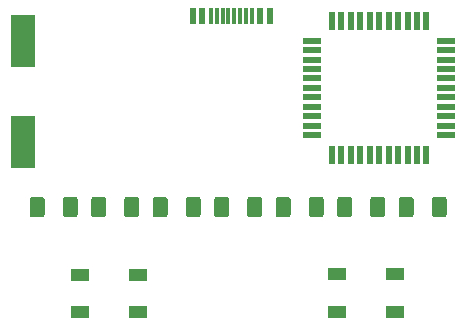
<source format=gbr>
G04 #@! TF.GenerationSoftware,KiCad,Pcbnew,(5.1.4)-1*
G04 #@! TF.CreationDate,2023-02-07T01:37:13+01:00*
G04 #@! TF.ProjectId,test,74657374-2e6b-4696-9361-645f70636258,1.0*
G04 #@! TF.SameCoordinates,Original*
G04 #@! TF.FileFunction,Paste,Top*
G04 #@! TF.FilePolarity,Positive*
%FSLAX46Y46*%
G04 Gerber Fmt 4.6, Leading zero omitted, Abs format (unit mm)*
G04 Created by KiCad (PCBNEW (5.1.4)-1) date 2023-02-07 01:37:13*
%MOMM*%
%LPD*%
G04 APERTURE LIST*
%ADD10R,1.500000X0.550000*%
%ADD11R,0.550000X1.500000*%
%ADD12C,0.100000*%
%ADD13C,1.250000*%
%ADD14R,0.300000X1.450000*%
%ADD15R,0.600000X1.450000*%
%ADD16R,2.000000X4.500000*%
%ADD17R,1.500000X1.000000*%
G04 APERTURE END LIST*
D10*
X204264000Y-69024000D03*
X204264000Y-68224000D03*
X204264000Y-67424000D03*
X204264000Y-66624000D03*
X204264000Y-65824000D03*
X204264000Y-65024000D03*
X204264000Y-64224000D03*
X204264000Y-63424000D03*
X204264000Y-62624000D03*
X204264000Y-61824000D03*
X204264000Y-61024000D03*
D11*
X202564000Y-59324000D03*
X201764000Y-59324000D03*
X200964000Y-59324000D03*
X200164000Y-59324000D03*
X199364000Y-59324000D03*
X198564000Y-59324000D03*
X197764000Y-59324000D03*
X196964000Y-59324000D03*
X196164000Y-59324000D03*
X195364000Y-59324000D03*
X194564000Y-59324000D03*
D10*
X192864000Y-61024000D03*
X192864000Y-61824000D03*
X192864000Y-62624000D03*
X192864000Y-63424000D03*
X192864000Y-64224000D03*
X192864000Y-65024000D03*
X192864000Y-65824000D03*
X192864000Y-66624000D03*
X192864000Y-67424000D03*
X192864000Y-68224000D03*
X192864000Y-69024000D03*
D11*
X194564000Y-70724000D03*
X195364000Y-70724000D03*
X196164000Y-70724000D03*
X196964000Y-70724000D03*
X197764000Y-70724000D03*
X198564000Y-70724000D03*
X199364000Y-70724000D03*
X200164000Y-70724000D03*
X200964000Y-70724000D03*
X201764000Y-70724000D03*
X202564000Y-70724000D03*
D12*
G36*
X178011504Y-74246704D02*
G01*
X178035773Y-74250304D01*
X178059571Y-74256265D01*
X178082671Y-74264530D01*
X178104849Y-74275020D01*
X178125893Y-74287633D01*
X178145598Y-74302247D01*
X178163777Y-74318723D01*
X178180253Y-74336902D01*
X178194867Y-74356607D01*
X178207480Y-74377651D01*
X178217970Y-74399829D01*
X178226235Y-74422929D01*
X178232196Y-74446727D01*
X178235796Y-74470996D01*
X178237000Y-74495500D01*
X178237000Y-75745500D01*
X178235796Y-75770004D01*
X178232196Y-75794273D01*
X178226235Y-75818071D01*
X178217970Y-75841171D01*
X178207480Y-75863349D01*
X178194867Y-75884393D01*
X178180253Y-75904098D01*
X178163777Y-75922277D01*
X178145598Y-75938753D01*
X178125893Y-75953367D01*
X178104849Y-75965980D01*
X178082671Y-75976470D01*
X178059571Y-75984735D01*
X178035773Y-75990696D01*
X178011504Y-75994296D01*
X177987000Y-75995500D01*
X177237000Y-75995500D01*
X177212496Y-75994296D01*
X177188227Y-75990696D01*
X177164429Y-75984735D01*
X177141329Y-75976470D01*
X177119151Y-75965980D01*
X177098107Y-75953367D01*
X177078402Y-75938753D01*
X177060223Y-75922277D01*
X177043747Y-75904098D01*
X177029133Y-75884393D01*
X177016520Y-75863349D01*
X177006030Y-75841171D01*
X176997765Y-75818071D01*
X176991804Y-75794273D01*
X176988204Y-75770004D01*
X176987000Y-75745500D01*
X176987000Y-74495500D01*
X176988204Y-74470996D01*
X176991804Y-74446727D01*
X176997765Y-74422929D01*
X177006030Y-74399829D01*
X177016520Y-74377651D01*
X177029133Y-74356607D01*
X177043747Y-74336902D01*
X177060223Y-74318723D01*
X177078402Y-74302247D01*
X177098107Y-74287633D01*
X177119151Y-74275020D01*
X177141329Y-74264530D01*
X177164429Y-74256265D01*
X177188227Y-74250304D01*
X177212496Y-74246704D01*
X177237000Y-74245500D01*
X177987000Y-74245500D01*
X178011504Y-74246704D01*
X178011504Y-74246704D01*
G37*
D13*
X177612000Y-75120500D03*
D12*
G36*
X175211504Y-74246704D02*
G01*
X175235773Y-74250304D01*
X175259571Y-74256265D01*
X175282671Y-74264530D01*
X175304849Y-74275020D01*
X175325893Y-74287633D01*
X175345598Y-74302247D01*
X175363777Y-74318723D01*
X175380253Y-74336902D01*
X175394867Y-74356607D01*
X175407480Y-74377651D01*
X175417970Y-74399829D01*
X175426235Y-74422929D01*
X175432196Y-74446727D01*
X175435796Y-74470996D01*
X175437000Y-74495500D01*
X175437000Y-75745500D01*
X175435796Y-75770004D01*
X175432196Y-75794273D01*
X175426235Y-75818071D01*
X175417970Y-75841171D01*
X175407480Y-75863349D01*
X175394867Y-75884393D01*
X175380253Y-75904098D01*
X175363777Y-75922277D01*
X175345598Y-75938753D01*
X175325893Y-75953367D01*
X175304849Y-75965980D01*
X175282671Y-75976470D01*
X175259571Y-75984735D01*
X175235773Y-75990696D01*
X175211504Y-75994296D01*
X175187000Y-75995500D01*
X174437000Y-75995500D01*
X174412496Y-75994296D01*
X174388227Y-75990696D01*
X174364429Y-75984735D01*
X174341329Y-75976470D01*
X174319151Y-75965980D01*
X174298107Y-75953367D01*
X174278402Y-75938753D01*
X174260223Y-75922277D01*
X174243747Y-75904098D01*
X174229133Y-75884393D01*
X174216520Y-75863349D01*
X174206030Y-75841171D01*
X174197765Y-75818071D01*
X174191804Y-75794273D01*
X174188204Y-75770004D01*
X174187000Y-75745500D01*
X174187000Y-74495500D01*
X174188204Y-74470996D01*
X174191804Y-74446727D01*
X174197765Y-74422929D01*
X174206030Y-74399829D01*
X174216520Y-74377651D01*
X174229133Y-74356607D01*
X174243747Y-74336902D01*
X174260223Y-74318723D01*
X174278402Y-74302247D01*
X174298107Y-74287633D01*
X174319151Y-74275020D01*
X174341329Y-74264530D01*
X174364429Y-74256265D01*
X174388227Y-74250304D01*
X174412496Y-74246704D01*
X174437000Y-74245500D01*
X175187000Y-74245500D01*
X175211504Y-74246704D01*
X175211504Y-74246704D01*
G37*
D13*
X174812000Y-75120500D03*
D12*
G36*
X183219504Y-74246704D02*
G01*
X183243773Y-74250304D01*
X183267571Y-74256265D01*
X183290671Y-74264530D01*
X183312849Y-74275020D01*
X183333893Y-74287633D01*
X183353598Y-74302247D01*
X183371777Y-74318723D01*
X183388253Y-74336902D01*
X183402867Y-74356607D01*
X183415480Y-74377651D01*
X183425970Y-74399829D01*
X183434235Y-74422929D01*
X183440196Y-74446727D01*
X183443796Y-74470996D01*
X183445000Y-74495500D01*
X183445000Y-75745500D01*
X183443796Y-75770004D01*
X183440196Y-75794273D01*
X183434235Y-75818071D01*
X183425970Y-75841171D01*
X183415480Y-75863349D01*
X183402867Y-75884393D01*
X183388253Y-75904098D01*
X183371777Y-75922277D01*
X183353598Y-75938753D01*
X183333893Y-75953367D01*
X183312849Y-75965980D01*
X183290671Y-75976470D01*
X183267571Y-75984735D01*
X183243773Y-75990696D01*
X183219504Y-75994296D01*
X183195000Y-75995500D01*
X182445000Y-75995500D01*
X182420496Y-75994296D01*
X182396227Y-75990696D01*
X182372429Y-75984735D01*
X182349329Y-75976470D01*
X182327151Y-75965980D01*
X182306107Y-75953367D01*
X182286402Y-75938753D01*
X182268223Y-75922277D01*
X182251747Y-75904098D01*
X182237133Y-75884393D01*
X182224520Y-75863349D01*
X182214030Y-75841171D01*
X182205765Y-75818071D01*
X182199804Y-75794273D01*
X182196204Y-75770004D01*
X182195000Y-75745500D01*
X182195000Y-74495500D01*
X182196204Y-74470996D01*
X182199804Y-74446727D01*
X182205765Y-74422929D01*
X182214030Y-74399829D01*
X182224520Y-74377651D01*
X182237133Y-74356607D01*
X182251747Y-74336902D01*
X182268223Y-74318723D01*
X182286402Y-74302247D01*
X182306107Y-74287633D01*
X182327151Y-74275020D01*
X182349329Y-74264530D01*
X182372429Y-74256265D01*
X182396227Y-74250304D01*
X182420496Y-74246704D01*
X182445000Y-74245500D01*
X183195000Y-74245500D01*
X183219504Y-74246704D01*
X183219504Y-74246704D01*
G37*
D13*
X182820000Y-75120500D03*
D12*
G36*
X180419504Y-74246704D02*
G01*
X180443773Y-74250304D01*
X180467571Y-74256265D01*
X180490671Y-74264530D01*
X180512849Y-74275020D01*
X180533893Y-74287633D01*
X180553598Y-74302247D01*
X180571777Y-74318723D01*
X180588253Y-74336902D01*
X180602867Y-74356607D01*
X180615480Y-74377651D01*
X180625970Y-74399829D01*
X180634235Y-74422929D01*
X180640196Y-74446727D01*
X180643796Y-74470996D01*
X180645000Y-74495500D01*
X180645000Y-75745500D01*
X180643796Y-75770004D01*
X180640196Y-75794273D01*
X180634235Y-75818071D01*
X180625970Y-75841171D01*
X180615480Y-75863349D01*
X180602867Y-75884393D01*
X180588253Y-75904098D01*
X180571777Y-75922277D01*
X180553598Y-75938753D01*
X180533893Y-75953367D01*
X180512849Y-75965980D01*
X180490671Y-75976470D01*
X180467571Y-75984735D01*
X180443773Y-75990696D01*
X180419504Y-75994296D01*
X180395000Y-75995500D01*
X179645000Y-75995500D01*
X179620496Y-75994296D01*
X179596227Y-75990696D01*
X179572429Y-75984735D01*
X179549329Y-75976470D01*
X179527151Y-75965980D01*
X179506107Y-75953367D01*
X179486402Y-75938753D01*
X179468223Y-75922277D01*
X179451747Y-75904098D01*
X179437133Y-75884393D01*
X179424520Y-75863349D01*
X179414030Y-75841171D01*
X179405765Y-75818071D01*
X179399804Y-75794273D01*
X179396204Y-75770004D01*
X179395000Y-75745500D01*
X179395000Y-74495500D01*
X179396204Y-74470996D01*
X179399804Y-74446727D01*
X179405765Y-74422929D01*
X179414030Y-74399829D01*
X179424520Y-74377651D01*
X179437133Y-74356607D01*
X179451747Y-74336902D01*
X179468223Y-74318723D01*
X179486402Y-74302247D01*
X179506107Y-74287633D01*
X179527151Y-74275020D01*
X179549329Y-74264530D01*
X179572429Y-74256265D01*
X179596227Y-74250304D01*
X179620496Y-74246704D01*
X179645000Y-74245500D01*
X180395000Y-74245500D01*
X180419504Y-74246704D01*
X180419504Y-74246704D01*
G37*
D13*
X180020000Y-75120500D03*
D14*
X186305000Y-58909000D03*
X184305000Y-58909000D03*
X184805000Y-58909000D03*
X185305000Y-58909000D03*
X185805000Y-58909000D03*
X186805000Y-58909000D03*
X187305000Y-58909000D03*
X187805000Y-58909000D03*
D15*
X182805000Y-58909000D03*
X183605000Y-58909000D03*
X188505000Y-58909000D03*
X189305000Y-58909000D03*
X189305000Y-58909000D03*
X188505000Y-58909000D03*
X183605000Y-58909000D03*
X182805000Y-58909000D03*
D16*
X168402000Y-61091500D03*
X168402000Y-69591500D03*
D17*
X173254000Y-80823000D03*
X173254000Y-84023000D03*
X178154000Y-80823000D03*
X178154000Y-84023000D03*
D12*
G36*
X172805504Y-74246704D02*
G01*
X172829773Y-74250304D01*
X172853571Y-74256265D01*
X172876671Y-74264530D01*
X172898849Y-74275020D01*
X172919893Y-74287633D01*
X172939598Y-74302247D01*
X172957777Y-74318723D01*
X172974253Y-74336902D01*
X172988867Y-74356607D01*
X173001480Y-74377651D01*
X173011970Y-74399829D01*
X173020235Y-74422929D01*
X173026196Y-74446727D01*
X173029796Y-74470996D01*
X173031000Y-74495500D01*
X173031000Y-75745500D01*
X173029796Y-75770004D01*
X173026196Y-75794273D01*
X173020235Y-75818071D01*
X173011970Y-75841171D01*
X173001480Y-75863349D01*
X172988867Y-75884393D01*
X172974253Y-75904098D01*
X172957777Y-75922277D01*
X172939598Y-75938753D01*
X172919893Y-75953367D01*
X172898849Y-75965980D01*
X172876671Y-75976470D01*
X172853571Y-75984735D01*
X172829773Y-75990696D01*
X172805504Y-75994296D01*
X172781000Y-75995500D01*
X172031000Y-75995500D01*
X172006496Y-75994296D01*
X171982227Y-75990696D01*
X171958429Y-75984735D01*
X171935329Y-75976470D01*
X171913151Y-75965980D01*
X171892107Y-75953367D01*
X171872402Y-75938753D01*
X171854223Y-75922277D01*
X171837747Y-75904098D01*
X171823133Y-75884393D01*
X171810520Y-75863349D01*
X171800030Y-75841171D01*
X171791765Y-75818071D01*
X171785804Y-75794273D01*
X171782204Y-75770004D01*
X171781000Y-75745500D01*
X171781000Y-74495500D01*
X171782204Y-74470996D01*
X171785804Y-74446727D01*
X171791765Y-74422929D01*
X171800030Y-74399829D01*
X171810520Y-74377651D01*
X171823133Y-74356607D01*
X171837747Y-74336902D01*
X171854223Y-74318723D01*
X171872402Y-74302247D01*
X171892107Y-74287633D01*
X171913151Y-74275020D01*
X171935329Y-74264530D01*
X171958429Y-74256265D01*
X171982227Y-74250304D01*
X172006496Y-74246704D01*
X172031000Y-74245500D01*
X172781000Y-74245500D01*
X172805504Y-74246704D01*
X172805504Y-74246704D01*
G37*
D13*
X172406000Y-75120500D03*
D12*
G36*
X170005504Y-74246704D02*
G01*
X170029773Y-74250304D01*
X170053571Y-74256265D01*
X170076671Y-74264530D01*
X170098849Y-74275020D01*
X170119893Y-74287633D01*
X170139598Y-74302247D01*
X170157777Y-74318723D01*
X170174253Y-74336902D01*
X170188867Y-74356607D01*
X170201480Y-74377651D01*
X170211970Y-74399829D01*
X170220235Y-74422929D01*
X170226196Y-74446727D01*
X170229796Y-74470996D01*
X170231000Y-74495500D01*
X170231000Y-75745500D01*
X170229796Y-75770004D01*
X170226196Y-75794273D01*
X170220235Y-75818071D01*
X170211970Y-75841171D01*
X170201480Y-75863349D01*
X170188867Y-75884393D01*
X170174253Y-75904098D01*
X170157777Y-75922277D01*
X170139598Y-75938753D01*
X170119893Y-75953367D01*
X170098849Y-75965980D01*
X170076671Y-75976470D01*
X170053571Y-75984735D01*
X170029773Y-75990696D01*
X170005504Y-75994296D01*
X169981000Y-75995500D01*
X169231000Y-75995500D01*
X169206496Y-75994296D01*
X169182227Y-75990696D01*
X169158429Y-75984735D01*
X169135329Y-75976470D01*
X169113151Y-75965980D01*
X169092107Y-75953367D01*
X169072402Y-75938753D01*
X169054223Y-75922277D01*
X169037747Y-75904098D01*
X169023133Y-75884393D01*
X169010520Y-75863349D01*
X169000030Y-75841171D01*
X168991765Y-75818071D01*
X168985804Y-75794273D01*
X168982204Y-75770004D01*
X168981000Y-75745500D01*
X168981000Y-74495500D01*
X168982204Y-74470996D01*
X168985804Y-74446727D01*
X168991765Y-74422929D01*
X169000030Y-74399829D01*
X169010520Y-74377651D01*
X169023133Y-74356607D01*
X169037747Y-74336902D01*
X169054223Y-74318723D01*
X169072402Y-74302247D01*
X169092107Y-74287633D01*
X169113151Y-74275020D01*
X169135329Y-74264530D01*
X169158429Y-74256265D01*
X169182227Y-74250304D01*
X169206496Y-74246704D01*
X169231000Y-74245500D01*
X169981000Y-74245500D01*
X170005504Y-74246704D01*
X170005504Y-74246704D01*
G37*
D13*
X169606000Y-75120500D03*
D17*
X199872000Y-83959500D03*
X199872000Y-80759500D03*
X194972000Y-83959500D03*
X194972000Y-80759500D03*
D12*
G36*
X201249504Y-74246704D02*
G01*
X201273773Y-74250304D01*
X201297571Y-74256265D01*
X201320671Y-74264530D01*
X201342849Y-74275020D01*
X201363893Y-74287633D01*
X201383598Y-74302247D01*
X201401777Y-74318723D01*
X201418253Y-74336902D01*
X201432867Y-74356607D01*
X201445480Y-74377651D01*
X201455970Y-74399829D01*
X201464235Y-74422929D01*
X201470196Y-74446727D01*
X201473796Y-74470996D01*
X201475000Y-74495500D01*
X201475000Y-75745500D01*
X201473796Y-75770004D01*
X201470196Y-75794273D01*
X201464235Y-75818071D01*
X201455970Y-75841171D01*
X201445480Y-75863349D01*
X201432867Y-75884393D01*
X201418253Y-75904098D01*
X201401777Y-75922277D01*
X201383598Y-75938753D01*
X201363893Y-75953367D01*
X201342849Y-75965980D01*
X201320671Y-75976470D01*
X201297571Y-75984735D01*
X201273773Y-75990696D01*
X201249504Y-75994296D01*
X201225000Y-75995500D01*
X200475000Y-75995500D01*
X200450496Y-75994296D01*
X200426227Y-75990696D01*
X200402429Y-75984735D01*
X200379329Y-75976470D01*
X200357151Y-75965980D01*
X200336107Y-75953367D01*
X200316402Y-75938753D01*
X200298223Y-75922277D01*
X200281747Y-75904098D01*
X200267133Y-75884393D01*
X200254520Y-75863349D01*
X200244030Y-75841171D01*
X200235765Y-75818071D01*
X200229804Y-75794273D01*
X200226204Y-75770004D01*
X200225000Y-75745500D01*
X200225000Y-74495500D01*
X200226204Y-74470996D01*
X200229804Y-74446727D01*
X200235765Y-74422929D01*
X200244030Y-74399829D01*
X200254520Y-74377651D01*
X200267133Y-74356607D01*
X200281747Y-74336902D01*
X200298223Y-74318723D01*
X200316402Y-74302247D01*
X200336107Y-74287633D01*
X200357151Y-74275020D01*
X200379329Y-74264530D01*
X200402429Y-74256265D01*
X200426227Y-74250304D01*
X200450496Y-74246704D01*
X200475000Y-74245500D01*
X201225000Y-74245500D01*
X201249504Y-74246704D01*
X201249504Y-74246704D01*
G37*
D13*
X200850000Y-75120500D03*
D12*
G36*
X204049504Y-74246704D02*
G01*
X204073773Y-74250304D01*
X204097571Y-74256265D01*
X204120671Y-74264530D01*
X204142849Y-74275020D01*
X204163893Y-74287633D01*
X204183598Y-74302247D01*
X204201777Y-74318723D01*
X204218253Y-74336902D01*
X204232867Y-74356607D01*
X204245480Y-74377651D01*
X204255970Y-74399829D01*
X204264235Y-74422929D01*
X204270196Y-74446727D01*
X204273796Y-74470996D01*
X204275000Y-74495500D01*
X204275000Y-75745500D01*
X204273796Y-75770004D01*
X204270196Y-75794273D01*
X204264235Y-75818071D01*
X204255970Y-75841171D01*
X204245480Y-75863349D01*
X204232867Y-75884393D01*
X204218253Y-75904098D01*
X204201777Y-75922277D01*
X204183598Y-75938753D01*
X204163893Y-75953367D01*
X204142849Y-75965980D01*
X204120671Y-75976470D01*
X204097571Y-75984735D01*
X204073773Y-75990696D01*
X204049504Y-75994296D01*
X204025000Y-75995500D01*
X203275000Y-75995500D01*
X203250496Y-75994296D01*
X203226227Y-75990696D01*
X203202429Y-75984735D01*
X203179329Y-75976470D01*
X203157151Y-75965980D01*
X203136107Y-75953367D01*
X203116402Y-75938753D01*
X203098223Y-75922277D01*
X203081747Y-75904098D01*
X203067133Y-75884393D01*
X203054520Y-75863349D01*
X203044030Y-75841171D01*
X203035765Y-75818071D01*
X203029804Y-75794273D01*
X203026204Y-75770004D01*
X203025000Y-75745500D01*
X203025000Y-74495500D01*
X203026204Y-74470996D01*
X203029804Y-74446727D01*
X203035765Y-74422929D01*
X203044030Y-74399829D01*
X203054520Y-74377651D01*
X203067133Y-74356607D01*
X203081747Y-74336902D01*
X203098223Y-74318723D01*
X203116402Y-74302247D01*
X203136107Y-74287633D01*
X203157151Y-74275020D01*
X203179329Y-74264530D01*
X203202429Y-74256265D01*
X203226227Y-74250304D01*
X203250496Y-74246704D01*
X203275000Y-74245500D01*
X204025000Y-74245500D01*
X204049504Y-74246704D01*
X204049504Y-74246704D01*
G37*
D13*
X203650000Y-75120500D03*
D12*
G36*
X188425504Y-74246704D02*
G01*
X188449773Y-74250304D01*
X188473571Y-74256265D01*
X188496671Y-74264530D01*
X188518849Y-74275020D01*
X188539893Y-74287633D01*
X188559598Y-74302247D01*
X188577777Y-74318723D01*
X188594253Y-74336902D01*
X188608867Y-74356607D01*
X188621480Y-74377651D01*
X188631970Y-74399829D01*
X188640235Y-74422929D01*
X188646196Y-74446727D01*
X188649796Y-74470996D01*
X188651000Y-74495500D01*
X188651000Y-75745500D01*
X188649796Y-75770004D01*
X188646196Y-75794273D01*
X188640235Y-75818071D01*
X188631970Y-75841171D01*
X188621480Y-75863349D01*
X188608867Y-75884393D01*
X188594253Y-75904098D01*
X188577777Y-75922277D01*
X188559598Y-75938753D01*
X188539893Y-75953367D01*
X188518849Y-75965980D01*
X188496671Y-75976470D01*
X188473571Y-75984735D01*
X188449773Y-75990696D01*
X188425504Y-75994296D01*
X188401000Y-75995500D01*
X187651000Y-75995500D01*
X187626496Y-75994296D01*
X187602227Y-75990696D01*
X187578429Y-75984735D01*
X187555329Y-75976470D01*
X187533151Y-75965980D01*
X187512107Y-75953367D01*
X187492402Y-75938753D01*
X187474223Y-75922277D01*
X187457747Y-75904098D01*
X187443133Y-75884393D01*
X187430520Y-75863349D01*
X187420030Y-75841171D01*
X187411765Y-75818071D01*
X187405804Y-75794273D01*
X187402204Y-75770004D01*
X187401000Y-75745500D01*
X187401000Y-74495500D01*
X187402204Y-74470996D01*
X187405804Y-74446727D01*
X187411765Y-74422929D01*
X187420030Y-74399829D01*
X187430520Y-74377651D01*
X187443133Y-74356607D01*
X187457747Y-74336902D01*
X187474223Y-74318723D01*
X187492402Y-74302247D01*
X187512107Y-74287633D01*
X187533151Y-74275020D01*
X187555329Y-74264530D01*
X187578429Y-74256265D01*
X187602227Y-74250304D01*
X187626496Y-74246704D01*
X187651000Y-74245500D01*
X188401000Y-74245500D01*
X188425504Y-74246704D01*
X188425504Y-74246704D01*
G37*
D13*
X188026000Y-75120500D03*
D12*
G36*
X185625504Y-74246704D02*
G01*
X185649773Y-74250304D01*
X185673571Y-74256265D01*
X185696671Y-74264530D01*
X185718849Y-74275020D01*
X185739893Y-74287633D01*
X185759598Y-74302247D01*
X185777777Y-74318723D01*
X185794253Y-74336902D01*
X185808867Y-74356607D01*
X185821480Y-74377651D01*
X185831970Y-74399829D01*
X185840235Y-74422929D01*
X185846196Y-74446727D01*
X185849796Y-74470996D01*
X185851000Y-74495500D01*
X185851000Y-75745500D01*
X185849796Y-75770004D01*
X185846196Y-75794273D01*
X185840235Y-75818071D01*
X185831970Y-75841171D01*
X185821480Y-75863349D01*
X185808867Y-75884393D01*
X185794253Y-75904098D01*
X185777777Y-75922277D01*
X185759598Y-75938753D01*
X185739893Y-75953367D01*
X185718849Y-75965980D01*
X185696671Y-75976470D01*
X185673571Y-75984735D01*
X185649773Y-75990696D01*
X185625504Y-75994296D01*
X185601000Y-75995500D01*
X184851000Y-75995500D01*
X184826496Y-75994296D01*
X184802227Y-75990696D01*
X184778429Y-75984735D01*
X184755329Y-75976470D01*
X184733151Y-75965980D01*
X184712107Y-75953367D01*
X184692402Y-75938753D01*
X184674223Y-75922277D01*
X184657747Y-75904098D01*
X184643133Y-75884393D01*
X184630520Y-75863349D01*
X184620030Y-75841171D01*
X184611765Y-75818071D01*
X184605804Y-75794273D01*
X184602204Y-75770004D01*
X184601000Y-75745500D01*
X184601000Y-74495500D01*
X184602204Y-74470996D01*
X184605804Y-74446727D01*
X184611765Y-74422929D01*
X184620030Y-74399829D01*
X184630520Y-74377651D01*
X184643133Y-74356607D01*
X184657747Y-74336902D01*
X184674223Y-74318723D01*
X184692402Y-74302247D01*
X184712107Y-74287633D01*
X184733151Y-74275020D01*
X184755329Y-74264530D01*
X184778429Y-74256265D01*
X184802227Y-74250304D01*
X184826496Y-74246704D01*
X184851000Y-74245500D01*
X185601000Y-74245500D01*
X185625504Y-74246704D01*
X185625504Y-74246704D01*
G37*
D13*
X185226000Y-75120500D03*
D12*
G36*
X190833504Y-74246704D02*
G01*
X190857773Y-74250304D01*
X190881571Y-74256265D01*
X190904671Y-74264530D01*
X190926849Y-74275020D01*
X190947893Y-74287633D01*
X190967598Y-74302247D01*
X190985777Y-74318723D01*
X191002253Y-74336902D01*
X191016867Y-74356607D01*
X191029480Y-74377651D01*
X191039970Y-74399829D01*
X191048235Y-74422929D01*
X191054196Y-74446727D01*
X191057796Y-74470996D01*
X191059000Y-74495500D01*
X191059000Y-75745500D01*
X191057796Y-75770004D01*
X191054196Y-75794273D01*
X191048235Y-75818071D01*
X191039970Y-75841171D01*
X191029480Y-75863349D01*
X191016867Y-75884393D01*
X191002253Y-75904098D01*
X190985777Y-75922277D01*
X190967598Y-75938753D01*
X190947893Y-75953367D01*
X190926849Y-75965980D01*
X190904671Y-75976470D01*
X190881571Y-75984735D01*
X190857773Y-75990696D01*
X190833504Y-75994296D01*
X190809000Y-75995500D01*
X190059000Y-75995500D01*
X190034496Y-75994296D01*
X190010227Y-75990696D01*
X189986429Y-75984735D01*
X189963329Y-75976470D01*
X189941151Y-75965980D01*
X189920107Y-75953367D01*
X189900402Y-75938753D01*
X189882223Y-75922277D01*
X189865747Y-75904098D01*
X189851133Y-75884393D01*
X189838520Y-75863349D01*
X189828030Y-75841171D01*
X189819765Y-75818071D01*
X189813804Y-75794273D01*
X189810204Y-75770004D01*
X189809000Y-75745500D01*
X189809000Y-74495500D01*
X189810204Y-74470996D01*
X189813804Y-74446727D01*
X189819765Y-74422929D01*
X189828030Y-74399829D01*
X189838520Y-74377651D01*
X189851133Y-74356607D01*
X189865747Y-74336902D01*
X189882223Y-74318723D01*
X189900402Y-74302247D01*
X189920107Y-74287633D01*
X189941151Y-74275020D01*
X189963329Y-74264530D01*
X189986429Y-74256265D01*
X190010227Y-74250304D01*
X190034496Y-74246704D01*
X190059000Y-74245500D01*
X190809000Y-74245500D01*
X190833504Y-74246704D01*
X190833504Y-74246704D01*
G37*
D13*
X190434000Y-75120500D03*
D12*
G36*
X193633504Y-74246704D02*
G01*
X193657773Y-74250304D01*
X193681571Y-74256265D01*
X193704671Y-74264530D01*
X193726849Y-74275020D01*
X193747893Y-74287633D01*
X193767598Y-74302247D01*
X193785777Y-74318723D01*
X193802253Y-74336902D01*
X193816867Y-74356607D01*
X193829480Y-74377651D01*
X193839970Y-74399829D01*
X193848235Y-74422929D01*
X193854196Y-74446727D01*
X193857796Y-74470996D01*
X193859000Y-74495500D01*
X193859000Y-75745500D01*
X193857796Y-75770004D01*
X193854196Y-75794273D01*
X193848235Y-75818071D01*
X193839970Y-75841171D01*
X193829480Y-75863349D01*
X193816867Y-75884393D01*
X193802253Y-75904098D01*
X193785777Y-75922277D01*
X193767598Y-75938753D01*
X193747893Y-75953367D01*
X193726849Y-75965980D01*
X193704671Y-75976470D01*
X193681571Y-75984735D01*
X193657773Y-75990696D01*
X193633504Y-75994296D01*
X193609000Y-75995500D01*
X192859000Y-75995500D01*
X192834496Y-75994296D01*
X192810227Y-75990696D01*
X192786429Y-75984735D01*
X192763329Y-75976470D01*
X192741151Y-75965980D01*
X192720107Y-75953367D01*
X192700402Y-75938753D01*
X192682223Y-75922277D01*
X192665747Y-75904098D01*
X192651133Y-75884393D01*
X192638520Y-75863349D01*
X192628030Y-75841171D01*
X192619765Y-75818071D01*
X192613804Y-75794273D01*
X192610204Y-75770004D01*
X192609000Y-75745500D01*
X192609000Y-74495500D01*
X192610204Y-74470996D01*
X192613804Y-74446727D01*
X192619765Y-74422929D01*
X192628030Y-74399829D01*
X192638520Y-74377651D01*
X192651133Y-74356607D01*
X192665747Y-74336902D01*
X192682223Y-74318723D01*
X192700402Y-74302247D01*
X192720107Y-74287633D01*
X192741151Y-74275020D01*
X192763329Y-74264530D01*
X192786429Y-74256265D01*
X192810227Y-74250304D01*
X192834496Y-74246704D01*
X192859000Y-74245500D01*
X193609000Y-74245500D01*
X193633504Y-74246704D01*
X193633504Y-74246704D01*
G37*
D13*
X193234000Y-75120500D03*
D12*
G36*
X196039504Y-74246704D02*
G01*
X196063773Y-74250304D01*
X196087571Y-74256265D01*
X196110671Y-74264530D01*
X196132849Y-74275020D01*
X196153893Y-74287633D01*
X196173598Y-74302247D01*
X196191777Y-74318723D01*
X196208253Y-74336902D01*
X196222867Y-74356607D01*
X196235480Y-74377651D01*
X196245970Y-74399829D01*
X196254235Y-74422929D01*
X196260196Y-74446727D01*
X196263796Y-74470996D01*
X196265000Y-74495500D01*
X196265000Y-75745500D01*
X196263796Y-75770004D01*
X196260196Y-75794273D01*
X196254235Y-75818071D01*
X196245970Y-75841171D01*
X196235480Y-75863349D01*
X196222867Y-75884393D01*
X196208253Y-75904098D01*
X196191777Y-75922277D01*
X196173598Y-75938753D01*
X196153893Y-75953367D01*
X196132849Y-75965980D01*
X196110671Y-75976470D01*
X196087571Y-75984735D01*
X196063773Y-75990696D01*
X196039504Y-75994296D01*
X196015000Y-75995500D01*
X195265000Y-75995500D01*
X195240496Y-75994296D01*
X195216227Y-75990696D01*
X195192429Y-75984735D01*
X195169329Y-75976470D01*
X195147151Y-75965980D01*
X195126107Y-75953367D01*
X195106402Y-75938753D01*
X195088223Y-75922277D01*
X195071747Y-75904098D01*
X195057133Y-75884393D01*
X195044520Y-75863349D01*
X195034030Y-75841171D01*
X195025765Y-75818071D01*
X195019804Y-75794273D01*
X195016204Y-75770004D01*
X195015000Y-75745500D01*
X195015000Y-74495500D01*
X195016204Y-74470996D01*
X195019804Y-74446727D01*
X195025765Y-74422929D01*
X195034030Y-74399829D01*
X195044520Y-74377651D01*
X195057133Y-74356607D01*
X195071747Y-74336902D01*
X195088223Y-74318723D01*
X195106402Y-74302247D01*
X195126107Y-74287633D01*
X195147151Y-74275020D01*
X195169329Y-74264530D01*
X195192429Y-74256265D01*
X195216227Y-74250304D01*
X195240496Y-74246704D01*
X195265000Y-74245500D01*
X196015000Y-74245500D01*
X196039504Y-74246704D01*
X196039504Y-74246704D01*
G37*
D13*
X195640000Y-75120500D03*
D12*
G36*
X198839504Y-74246704D02*
G01*
X198863773Y-74250304D01*
X198887571Y-74256265D01*
X198910671Y-74264530D01*
X198932849Y-74275020D01*
X198953893Y-74287633D01*
X198973598Y-74302247D01*
X198991777Y-74318723D01*
X199008253Y-74336902D01*
X199022867Y-74356607D01*
X199035480Y-74377651D01*
X199045970Y-74399829D01*
X199054235Y-74422929D01*
X199060196Y-74446727D01*
X199063796Y-74470996D01*
X199065000Y-74495500D01*
X199065000Y-75745500D01*
X199063796Y-75770004D01*
X199060196Y-75794273D01*
X199054235Y-75818071D01*
X199045970Y-75841171D01*
X199035480Y-75863349D01*
X199022867Y-75884393D01*
X199008253Y-75904098D01*
X198991777Y-75922277D01*
X198973598Y-75938753D01*
X198953893Y-75953367D01*
X198932849Y-75965980D01*
X198910671Y-75976470D01*
X198887571Y-75984735D01*
X198863773Y-75990696D01*
X198839504Y-75994296D01*
X198815000Y-75995500D01*
X198065000Y-75995500D01*
X198040496Y-75994296D01*
X198016227Y-75990696D01*
X197992429Y-75984735D01*
X197969329Y-75976470D01*
X197947151Y-75965980D01*
X197926107Y-75953367D01*
X197906402Y-75938753D01*
X197888223Y-75922277D01*
X197871747Y-75904098D01*
X197857133Y-75884393D01*
X197844520Y-75863349D01*
X197834030Y-75841171D01*
X197825765Y-75818071D01*
X197819804Y-75794273D01*
X197816204Y-75770004D01*
X197815000Y-75745500D01*
X197815000Y-74495500D01*
X197816204Y-74470996D01*
X197819804Y-74446727D01*
X197825765Y-74422929D01*
X197834030Y-74399829D01*
X197844520Y-74377651D01*
X197857133Y-74356607D01*
X197871747Y-74336902D01*
X197888223Y-74318723D01*
X197906402Y-74302247D01*
X197926107Y-74287633D01*
X197947151Y-74275020D01*
X197969329Y-74264530D01*
X197992429Y-74256265D01*
X198016227Y-74250304D01*
X198040496Y-74246704D01*
X198065000Y-74245500D01*
X198815000Y-74245500D01*
X198839504Y-74246704D01*
X198839504Y-74246704D01*
G37*
D13*
X198440000Y-75120500D03*
M02*

</source>
